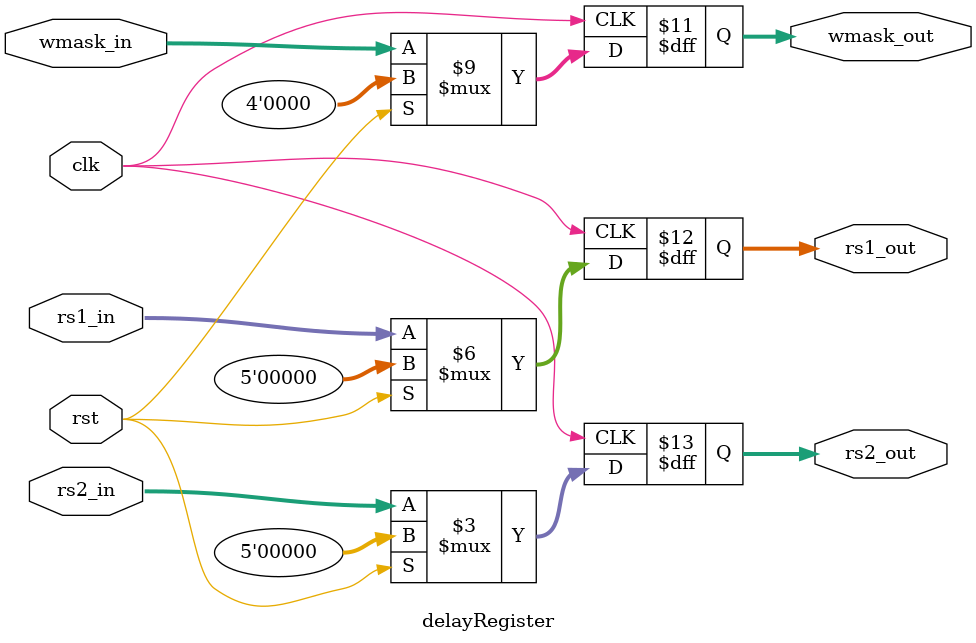
<source format=sv>
module delayRegister (
    input clk,rst,
    input [3:0] wmask_in,
    input [4:0] rs1_in,rs2_in,
    output reg [3:0] wmask_out,
    output reg [4:0] rs1_out,rs2_out
);
     
    // reg wmask_1_delay_reg
    always @(posedge clk) begin
        if (rst) begin
            wmask_out <= 4'b0;
            rs1_out <= 5'b0;
            rs2_out <= 5'b0;
        end
        else begin
            wmask_out <= wmask_in;
            rs1_out <= rs1_in;
            rs2_out <= rs2_in;
        end
    end 
    
endmodule
</source>
